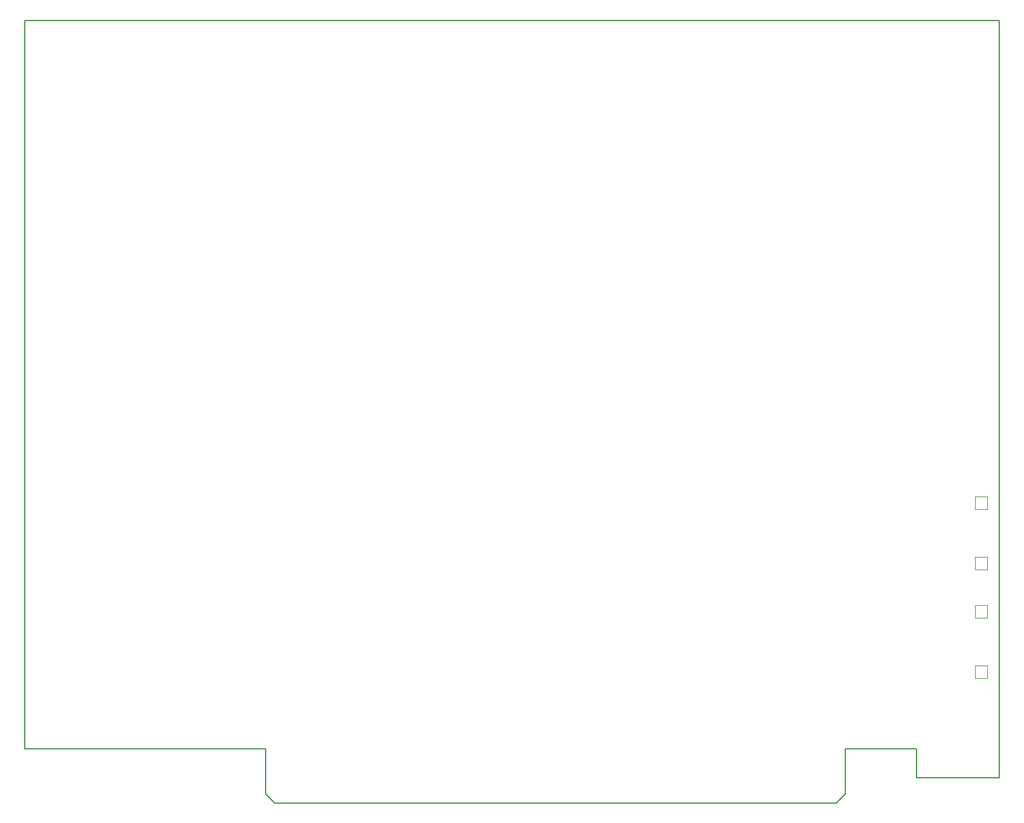
<source format=gbr>
%TF.GenerationSoftware,KiCad,Pcbnew,(6.0.11)*%
%TF.CreationDate,2023-02-07T20:42:09-07:00*%
%TF.ProjectId,gameblaster,67616d65-626c-4617-9374-65722e6b6963,1*%
%TF.SameCoordinates,Original*%
%TF.FileFunction,Profile,NP*%
%FSLAX46Y46*%
G04 Gerber Fmt 4.6, Leading zero omitted, Abs format (unit mm)*
G04 Created by KiCad (PCBNEW (6.0.11)) date 2023-02-07 20:42:09*
%MOMM*%
%LPD*%
G01*
G04 APERTURE LIST*
%TA.AperFunction,Profile*%
%ADD10C,0.150000*%
%TD*%
%TA.AperFunction,Profile*%
%ADD11C,0.010000*%
%TD*%
G04 APERTURE END LIST*
D10*
X197358000Y-28618000D02*
X60706000Y-28618000D01*
X175768000Y-137160000D02*
X175768000Y-130810000D01*
X197358000Y-134864000D02*
X185748000Y-134864000D01*
X174498000Y-138430000D02*
X175768000Y-137160000D01*
X95758000Y-138430000D02*
X174498000Y-138430000D01*
X60706000Y-28618000D02*
X60706000Y-130810000D01*
X197358000Y-130810000D02*
X197358000Y-134864000D01*
X94488000Y-130810000D02*
X60706000Y-130810000D01*
X94488000Y-130810000D02*
X94488000Y-137160000D01*
X175768000Y-130810000D02*
X185748000Y-130810000D01*
X94488000Y-137160000D02*
X95758000Y-138430000D01*
X197358000Y-130810000D02*
X197358000Y-28618000D01*
X185748000Y-130810000D02*
X185748000Y-134864000D01*
D11*
%TO.C,S2*%
X195676000Y-105734000D02*
X195676000Y-103934000D01*
X193976000Y-97234000D02*
X195676000Y-97234000D01*
X193976000Y-103934000D02*
X193976000Y-105734000D01*
X193976000Y-95434000D02*
X193976000Y-97234000D01*
X193976000Y-105734000D02*
X195676000Y-105734000D01*
X195676000Y-95434000D02*
X193976000Y-95434000D01*
X195676000Y-97234000D02*
X195676000Y-95434000D01*
X195676000Y-103934000D02*
X193976000Y-103934000D01*
%TO.C,S1*%
X193976000Y-112474000D02*
X195676000Y-112474000D01*
X193976000Y-110674000D02*
X193976000Y-112474000D01*
X193976000Y-120974000D02*
X195676000Y-120974000D01*
X195676000Y-112474000D02*
X195676000Y-110674000D01*
X195676000Y-120974000D02*
X195676000Y-119174000D01*
X195676000Y-119174000D02*
X193976000Y-119174000D01*
X195676000Y-110674000D02*
X193976000Y-110674000D01*
X193976000Y-119174000D02*
X193976000Y-120974000D01*
%TD*%
M02*

</source>
